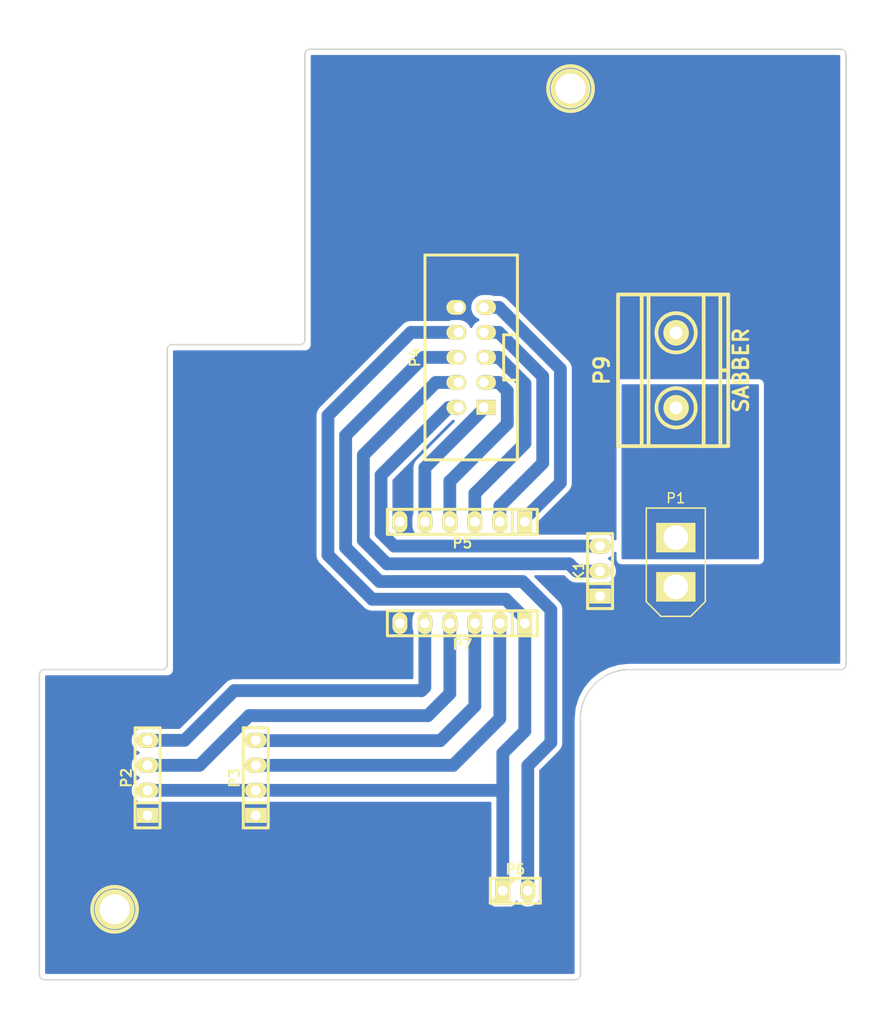
<source format=kicad_pcb>
(kicad_pcb (version 4) (host pcbnew "(2015-10-27 BZR 6284, Git 48df08c)-product")

  (general
    (links 26)
    (no_connects 1)
    (area 107 34 198.000001 138.000001)
    (thickness 1.6)
    (drawings 20)
    (tracks 85)
    (zones 0)
    (modules 11)
    (nets 16)
  )

  (page A4)
  (layers
    (0 F.Cu signal)
    (31 B.Cu mixed)
    (32 B.Adhes user)
    (33 F.Adhes user)
    (34 B.Paste user)
    (35 F.Paste user)
    (36 B.SilkS user)
    (37 F.SilkS user)
    (38 B.Mask user)
    (39 F.Mask user)
    (40 Dwgs.User user)
    (41 Cmts.User user)
    (42 Eco1.User user)
    (43 Eco2.User user)
    (44 Edge.Cuts user)
    (45 Margin user)
    (46 B.CrtYd user)
    (47 F.CrtYd user)
    (48 B.Fab user)
    (49 F.Fab user)
  )

  (setup
    (last_trace_width 0.3)
    (trace_clearance 0.4)
    (zone_clearance 0.508)
    (zone_45_only yes)
    (trace_min 0.2)
    (segment_width 0.2)
    (edge_width 0.15)
    (via_size 2)
    (via_drill 1)
    (via_min_size 0.4)
    (via_min_drill 0.3)
    (uvia_size 2)
    (uvia_drill 1)
    (uvias_allowed no)
    (uvia_min_size 0.2)
    (uvia_min_drill 0.1)
    (pcb_text_width 0.3)
    (pcb_text_size 1.5 1.5)
    (mod_edge_width 0.15)
    (mod_text_size 1 1)
    (mod_text_width 0.15)
    (pad_size 1.8 1.8)
    (pad_drill 0.762)
    (pad_to_mask_clearance 0.2)
    (aux_axis_origin 0 0)
    (visible_elements FFFFFF7F)
    (pcbplotparams
      (layerselection 0x01000_80000000)
      (usegerberextensions false)
      (excludeedgelayer true)
      (linewidth 0.300000)
      (plotframeref false)
      (viasonmask false)
      (mode 1)
      (useauxorigin false)
      (hpglpennumber 1)
      (hpglpenspeed 20)
      (hpglpendiameter 15)
      (hpglpenoverlay 2)
      (psnegative false)
      (psa4output false)
      (plotreference true)
      (plotvalue true)
      (plotinvisibletext false)
      (padsonsilk false)
      (subtractmaskfromsilk false)
      (outputformat 1)
      (mirror false)
      (drillshape 0)
      (scaleselection 1)
      (outputdirectory ""))
  )

  (net 0 "")
  (net 1 GND)
  (net 2 MTR_0)
  (net 3 MTR_1)
  (net 4 +12V)
  (net 5 +5V)
  (net 6 ENC_A_0)
  (net 7 ENC_B_0)
  (net 8 ENC_A_1)
  (net 9 ENC_B_1)
  (net 10 LED)
  (net 11 +3V3)
  (net 12 INT_A_1)
  (net 13 INT_B_1)
  (net 14 INT_A_0)
  (net 15 INT_B_0)

  (net_class Default "This is the default net class."
    (clearance 0.4)
    (trace_width 0.3)
    (via_dia 2)
    (via_drill 1)
    (uvia_dia 2)
    (uvia_drill 1)
    (add_net +12V)
    (add_net GND)
  )

  (net_class signal ""
    (clearance 0.5)
    (trace_width 1.3)
    (via_dia 2)
    (via_drill 1)
    (uvia_dia 2)
    (uvia_drill 1)
    (add_net +3V3)
    (add_net +5V)
    (add_net ENC_A_0)
    (add_net ENC_A_1)
    (add_net ENC_B_0)
    (add_net ENC_B_1)
    (add_net INT_A_0)
    (add_net INT_A_1)
    (add_net INT_B_0)
    (add_net INT_B_1)
    (add_net LED)
    (add_net MTR_0)
    (add_net MTR_1)
  )

  (module w_pin_strip:pin_strip_3 (layer F.Cu) (tedit 0) (tstamp 562D1247)
    (at 168 92 90)
    (descr "Pin strip 3pin")
    (tags "CONN DEV")
    (path /560901EC)
    (fp_text reference K1 (at 0 -2.159 90) (layer F.SilkS)
      (effects (font (size 1.016 1.016) (thickness 0.2032)))
    )
    (fp_text value SIG_MTR (at 0.254 -3.556 90) (layer F.SilkS) hide
      (effects (font (size 1.016 0.889) (thickness 0.2032)))
    )
    (fp_line (start -1.27 1.27) (end -1.27 -1.27) (layer F.SilkS) (width 0.3048))
    (fp_line (start -3.81 -1.27) (end 3.81 -1.27) (layer F.SilkS) (width 0.3048))
    (fp_line (start 3.81 -1.27) (end 3.81 1.27) (layer F.SilkS) (width 0.3048))
    (fp_line (start 3.81 1.27) (end -3.81 1.27) (layer F.SilkS) (width 0.3048))
    (fp_line (start -3.81 1.27) (end -3.81 -1.27) (layer F.SilkS) (width 0.3048))
    (pad 1 thru_hole rect (at -2.54 0 90) (size 1.524 2.19964) (drill 1.00076) (layers *.Cu *.Mask F.SilkS)
      (net 1 GND))
    (pad 2 thru_hole oval (at 0 0 90) (size 1.524 2.19964) (drill 1.00076) (layers *.Cu *.Mask F.SilkS)
      (net 3 MTR_1))
    (pad 3 thru_hole oval (at 2.54 0 90) (size 1.524 2.19964) (drill 1.00076) (layers *.Cu *.Mask F.SilkS)
      (net 2 MTR_0))
    (model walter/pin_strip/pin_strip_3.wrl
      (at (xyz 0 0 0))
      (scale (xyz 1 1 1))
      (rotate (xyz 0 0 0))
    )
  )

  (module my_footprints:XT30 (layer F.Cu) (tedit 562FC6EC) (tstamp 56331642)
    (at 175.7 91.1 90)
    (path /56090123)
    (fp_text reference P1 (at 6.5 0 180) (layer F.SilkS)
      (effects (font (size 1 1) (thickness 0.15)))
    )
    (fp_text value BATT (at -6.5 0 180) (layer F.Fab)
      (effects (font (size 1 1) (thickness 0.15)))
    )
    (fp_line (start -4 -3) (end 5.5 -3) (layer F.SilkS) (width 0.15))
    (fp_line (start -4 3) (end 5.5 3) (layer F.SilkS) (width 0.15))
    (fp_line (start -5.5 -1.5) (end -5.5 1.5) (layer F.SilkS) (width 0.15))
    (fp_line (start -4 3) (end -5.5 1.5) (layer F.SilkS) (width 0.15))
    (fp_line (start -4 -3) (end -5.5 -1.5) (layer F.SilkS) (width 0.15))
    (fp_line (start 5.5 3) (end 5.5 -3) (layer F.SilkS) (width 0.15))
    (pad 1 thru_hole trapezoid (at -2.5 0 90) (size 3 4) (drill 2.5) (layers *.Cu *.Mask F.SilkS)
      (net 1 GND))
    (pad 2 thru_hole trapezoid (at 2.5 0 90) (size 3 4) (drill 2.5) (layers *.Cu *.Mask F.SilkS)
      (net 4 +12V))
  )

  (module w_conn_gmkds:gmkds_3-2-7,62 (layer F.Cu) (tedit 0) (tstamp 5627E44C)
    (at 175.73 71.61 90)
    (descr "2-way 7,62mm pitch terminal block, Phoenix GMKDS series")
    (path /5609BD6B)
    (fp_text reference P9 (at 0 -7.55 90) (layer F.SilkS)
      (effects (font (size 1.5 1.5) (thickness 0.3)))
    )
    (fp_text value SABBER (at 0 6.6 90) (layer F.SilkS)
      (effects (font (size 1.5 1.5) (thickness 0.3)))
    )
    (fp_line (start -7.7 -3.5) (end 7.7 -3.5) (layer F.SilkS) (width 0.381))
    (fp_line (start 0 4.5) (end 0 5.3) (layer F.SilkS) (width 0.381))
    (fp_circle (center 3.81 0) (end 1.81 0) (layer F.SilkS) (width 0.381))
    (fp_circle (center -3.81 0) (end -1.81 0) (layer F.SilkS) (width 0.381))
    (fp_line (start -7.7 2.8) (end 7.7 2.8) (layer F.SilkS) (width 0.381))
    (fp_line (start -7.7 -2.8) (end 7.7 -2.8) (layer F.SilkS) (width 0.381))
    (fp_line (start -7.7 4.5) (end 7.7 4.5) (layer F.SilkS) (width 0.381))
    (fp_line (start -7.7 5.3) (end 7.7 5.3) (layer F.SilkS) (width 0.381))
    (fp_line (start 7.7 -5.9) (end 7.7 5.3) (layer F.SilkS) (width 0.381))
    (fp_line (start -7.7 -5.9) (end 7.7 -5.9) (layer F.SilkS) (width 0.381))
    (fp_line (start -7.7 -5.9) (end -7.7 5.3) (layer F.SilkS) (width 0.381))
    (pad 1 thru_hole circle (at -3.81 0 90) (size 2.6 2.6) (drill 1.3) (layers *.Cu *.Mask F.SilkS)
      (net 4 +12V))
    (pad 2 thru_hole circle (at 3.81 0 90) (size 2.6 2.6) (drill 1.3) (layers *.Cu *.Mask F.SilkS)
      (net 1 GND))
    (model walter/conn_gmkds/gmkds_3-2-7,62.wrl
      (at (xyz 0 0 0))
      (scale (xyz 1 1 1))
      (rotate (xyz 0 0 0))
    )
  )

  (module w_conn_strip:vasch_strip_5x2 (layer F.Cu) (tedit 0) (tstamp 5627E440)
    (at 154.9 70.3 90)
    (descr "Box header 5x2pin 2.54mm")
    (tags "CONN DEV")
    (path /5627CFCA)
    (fp_text reference P4 (at 0 -5.7 90) (layer F.SilkS)
      (effects (font (size 1 1) (thickness 0.2032)))
    )
    (fp_text value SIGNALS (at 0 5.7 90) (layer F.SilkS) hide
      (effects (font (size 1 1) (thickness 0.2032)))
    )
    (fp_line (start -10.4 4.7) (end 10.4 4.7) (layer F.SilkS) (width 0.3048))
    (fp_line (start 10.4 -4.7) (end -10.4 -4.7) (layer F.SilkS) (width 0.3048))
    (fp_line (start -10.4 -4.7) (end -10.4 4.7) (layer F.SilkS) (width 0.3048))
    (fp_line (start 10.4 -4.7) (end 10.4 4.7) (layer F.SilkS) (width 0.3048))
    (fp_line (start 2.3 4.7) (end 2.3 3.3) (layer F.SilkS) (width 0.29972))
    (fp_line (start 2.3 3.3) (end -2.3 3.3) (layer F.SilkS) (width 0.29972))
    (fp_line (start -2.3 3.3) (end -2.3 4.7) (layer F.SilkS) (width 0.29972))
    (pad 9 thru_hole oval (at 5.08 1.27 90) (size 1.5 2) (drill 1 (offset 0 0.25)) (layers *.Cu *.Mask F.SilkS)
      (net 11 +3V3))
    (pad 10 thru_hole oval (at 5.08 -1.27 90) (size 1.5 2) (drill 1 (offset 0 -0.25)) (layers *.Cu *.Mask F.SilkS)
      (net 1 GND))
    (pad 8 thru_hole oval (at 2.54 -1.27 90) (size 1.5 2) (drill 1 (offset 0 -0.25)) (layers *.Cu *.Mask F.SilkS)
      (net 5 +5V))
    (pad 7 thru_hole oval (at 2.54 1.27 90) (size 1.5 2) (drill 1 (offset 0 0.25)) (layers *.Cu *.Mask F.SilkS)
      (net 12 INT_A_1))
    (pad 1 thru_hole rect (at -5.08 1.27 90) (size 1.5 2) (drill 1 (offset 0 0.25)) (layers *.Cu *.Mask F.SilkS)
      (net 15 INT_B_0))
    (pad 2 thru_hole oval (at -5.08 -1.27 90) (size 1.5 2) (drill 1 (offset 0 -0.25)) (layers *.Cu *.Mask F.SilkS)
      (net 2 MTR_0))
    (pad 3 thru_hole oval (at -2.54 1.27 90) (size 1.5 2) (drill 1 (offset 0 0.25)) (layers *.Cu *.Mask F.SilkS)
      (net 14 INT_A_0))
    (pad 4 thru_hole oval (at -2.54 -1.27 90) (size 1.5 2) (drill 1 (offset 0 -0.25)) (layers *.Cu *.Mask F.SilkS)
      (net 3 MTR_1))
    (pad 5 thru_hole oval (at 0 1.27 90) (size 1.5 2) (drill 1 (offset 0 0.25)) (layers *.Cu *.Mask F.SilkS)
      (net 13 INT_B_1))
    (pad 6 thru_hole oval (at 0 -1.27 90) (size 1.5 2) (drill 1 (offset 0 -0.25)) (layers *.Cu *.Mask F.SilkS)
      (net 10 LED))
    (model walter/conn_strip/vasch_strip_5x2.wrl
      (at (xyz 0 0 0))
      (scale (xyz 1 1 1))
      (rotate (xyz 0 0 0))
    )
  )

  (module w_pin_strip:pin_strip_4 (layer F.Cu) (tedit 0) (tstamp 562D1257)
    (at 133 113 90)
    (descr "Pin strip 4pin")
    (tags "CONN DEV")
    (path /56090227)
    (fp_text reference P3 (at 0 -2.159 90) (layer F.SilkS)
      (effects (font (size 1.016 1.016) (thickness 0.2032)))
    )
    (fp_text value ENK1 (at 0.254 -3.556 90) (layer F.SilkS) hide
      (effects (font (size 1.016 0.889) (thickness 0.2032)))
    )
    (fp_line (start -2.54 -1.27) (end -2.54 1.27) (layer F.SilkS) (width 0.3048))
    (fp_line (start 5.08 1.27) (end -5.08 1.27) (layer F.SilkS) (width 0.3048))
    (fp_line (start -5.08 -1.27) (end 5.08 -1.27) (layer F.SilkS) (width 0.3048))
    (fp_line (start -5.08 1.27) (end -5.08 -1.27) (layer F.SilkS) (width 0.3048))
    (fp_line (start 5.08 -1.27) (end 5.08 1.27) (layer F.SilkS) (width 0.3048))
    (pad 1 thru_hole rect (at -3.81 0 90) (size 1.524 2.19964) (drill 1.00076) (layers *.Cu *.Mask F.SilkS)
      (net 1 GND))
    (pad 2 thru_hole oval (at -1.27 0 90) (size 1.524 2.19964) (drill 1.00076) (layers *.Cu *.Mask F.SilkS)
      (net 5 +5V))
    (pad 3 thru_hole oval (at 1.27 0 90) (size 1.524 2.19964) (drill 1.00076) (layers *.Cu *.Mask F.SilkS)
      (net 8 ENC_A_1))
    (pad 4 thru_hole oval (at 3.81 0 90) (size 1.524 2.19964) (drill 1.00076) (layers *.Cu *.Mask F.SilkS)
      (net 9 ENC_B_1))
    (model walter/pin_strip/pin_strip_4.wrl
      (at (xyz 0 0 0))
      (scale (xyz 1 1 1))
      (rotate (xyz 0 0 0))
    )
  )

  (module connect:1pin (layer F.Cu) (tedit 562D081D) (tstamp 562D0696)
    (at 118.65 126.35)
    (descr "module 1 pin (ou trou mecanique de percage)")
    (tags DEV)
    (path 1pin)
    (fp_text reference 2PIN (at 0 -3.048) (layer F.SilkS) hide
      (effects (font (size 1.016 1.016) (thickness 0.254)))
    )
    (fp_text value P*** (at 0 2.794) (layer F.SilkS) hide
      (effects (font (size 1.016 1.016) (thickness 0.254)))
    )
    (fp_circle (center 0 0) (end 0 -2.286) (layer F.SilkS) (width 0.381))
    (pad 1 thru_hole circle (at 0 0) (size 4.064 4.064) (drill 3.048) (layers *.Cu *.Mask F.SilkS)
      (net 1 GND))
  )

  (module connect:1pin (layer F.Cu) (tedit 562D0835) (tstamp 562D06B5)
    (at 165 43)
    (descr "module 1 pin (ou trou mecanique de percage)")
    (tags DEV)
    (path 1pin)
    (fp_text reference 1PIN (at 0 -3.048) (layer F.SilkS) hide
      (effects (font (size 1.016 1.016) (thickness 0.254)))
    )
    (fp_text value P*** (at 0 2.794) (layer F.SilkS) hide
      (effects (font (size 1.016 1.016) (thickness 0.254)))
    )
    (fp_circle (center 0 0) (end 0 -2.286) (layer F.SilkS) (width 0.381))
    (pad 2 thru_hole circle (at 0 0) (size 4.064 4.064) (drill 3.048) (layers *.Cu *.Mask F.SilkS)
      (net 1 GND))
  )

  (module w_pin_strip:pin_strip_4 (layer F.Cu) (tedit 0) (tstamp 562D124F)
    (at 122 113 90)
    (descr "Pin strip 4pin")
    (tags "CONN DEV")
    (path /560916E7)
    (fp_text reference P2 (at 0 -2.159 90) (layer F.SilkS)
      (effects (font (size 1.016 1.016) (thickness 0.2032)))
    )
    (fp_text value ENK0 (at 0.254 -3.556 90) (layer F.SilkS) hide
      (effects (font (size 1.016 0.889) (thickness 0.2032)))
    )
    (fp_line (start -2.54 -1.27) (end -2.54 1.27) (layer F.SilkS) (width 0.3048))
    (fp_line (start 5.08 1.27) (end -5.08 1.27) (layer F.SilkS) (width 0.3048))
    (fp_line (start -5.08 -1.27) (end 5.08 -1.27) (layer F.SilkS) (width 0.3048))
    (fp_line (start -5.08 1.27) (end -5.08 -1.27) (layer F.SilkS) (width 0.3048))
    (fp_line (start 5.08 -1.27) (end 5.08 1.27) (layer F.SilkS) (width 0.3048))
    (pad 1 thru_hole rect (at -3.81 0 90) (size 1.524 2.19964) (drill 1.00076) (layers *.Cu *.Mask F.SilkS)
      (net 1 GND))
    (pad 2 thru_hole oval (at -1.27 0 90) (size 1.524 2.19964) (drill 1.00076) (layers *.Cu *.Mask F.SilkS)
      (net 5 +5V))
    (pad 3 thru_hole oval (at 1.27 0 90) (size 1.524 2.19964) (drill 1.00076) (layers *.Cu *.Mask F.SilkS)
      (net 6 ENC_A_0))
    (pad 4 thru_hole oval (at 3.81 0 90) (size 1.524 2.19964) (drill 1.00076) (layers *.Cu *.Mask F.SilkS)
      (net 7 ENC_B_0))
    (model walter/pin_strip/pin_strip_4.wrl
      (at (xyz 0 0 0))
      (scale (xyz 1 1 1))
      (rotate (xyz 0 0 0))
    )
  )

  (module w_pin_strip:pin_strip_2 (layer F.Cu) (tedit 0) (tstamp 562D125D)
    (at 159.385 124.46)
    (descr "Pin strip 2pin")
    (tags "CONN DEV")
    (path /56095641)
    (fp_text reference P6 (at 0 -2.159) (layer F.SilkS)
      (effects (font (size 1.016 1.016) (thickness 0.2032)))
    )
    (fp_text value LED_SIG (at 0.254 -3.556) (layer F.SilkS) hide
      (effects (font (size 1.016 0.889) (thickness 0.2032)))
    )
    (fp_line (start -2.54 1.27) (end 0 -1.27) (layer F.SilkS) (width 0.3048))
    (fp_line (start 2.54 1.27) (end -2.54 1.27) (layer F.SilkS) (width 0.3048))
    (fp_line (start -2.54 -1.27) (end 2.54 -1.27) (layer F.SilkS) (width 0.3048))
    (fp_line (start -2.54 1.27) (end -2.54 -1.27) (layer F.SilkS) (width 0.3048))
    (fp_line (start 2.54 -1.27) (end 2.54 1.27) (layer F.SilkS) (width 0.3048))
    (pad 1 thru_hole rect (at -1.27 0) (size 1.524 2.19964) (drill 1.00076) (layers *.Cu *.Mask F.SilkS)
      (net 5 +5V))
    (pad 2 thru_hole oval (at 1.27 0) (size 1.524 2.19964) (drill 1.00076) (layers *.Cu *.Mask F.SilkS)
      (net 10 LED))
    (model walter/pin_strip/pin_strip_2.wrl
      (at (xyz 0 0 0))
      (scale (xyz 1 1 1))
      (rotate (xyz 0 0 0))
    )
  )

  (module w_pin_strip:pin_socket_6 (layer F.Cu) (tedit 4B90DFC4) (tstamp 56434500)
    (at 154 87 180)
    (descr "Pin socket 6pin")
    (tags "CONN DEV")
    (path /5648D4E4)
    (fp_text reference P5 (at 0 -2.159 180) (layer F.SilkS)
      (effects (font (size 1.016 1.016) (thickness 0.2032)))
    )
    (fp_text value LV_SHIFT (at 0.254 -3.556 180) (layer F.SilkS) hide
      (effects (font (size 1.016 0.889) (thickness 0.2032)))
    )
    (fp_line (start -5.08 -1.27) (end -5.08 1.27) (layer F.SilkS) (width 0.3048))
    (fp_line (start -7.62 1.27) (end -7.62 -1.27) (layer F.SilkS) (width 0.3048))
    (fp_line (start -7.62 -1.27) (end 7.62 -1.27) (layer F.SilkS) (width 0.3048))
    (fp_line (start 7.62 -1.27) (end 7.62 1.27) (layer F.SilkS) (width 0.3048))
    (fp_line (start 7.62 1.27) (end -7.62 1.27) (layer F.SilkS) (width 0.3048))
    (pad 1 thru_hole rect (at -6.35 0 180) (size 1.524 2.19964) (drill 1.00076) (layers *.Cu *.Mask F.SilkS)
      (net 11 +3V3))
    (pad 2 thru_hole oval (at -3.81 0 180) (size 1.524 2.19964) (drill 1.00076) (layers *.Cu *.Mask F.SilkS)
      (net 12 INT_A_1))
    (pad 3 thru_hole oval (at -1.27 0 180) (size 1.524 2.19964) (drill 1.00076) (layers *.Cu *.Mask F.SilkS)
      (net 13 INT_B_1))
    (pad 4 thru_hole oval (at 1.27 0 180) (size 1.524 2.19964) (drill 1.00076) (layers *.Cu *.Mask F.SilkS)
      (net 14 INT_A_0))
    (pad 5 thru_hole oval (at 3.81 0 180) (size 1.524 2.19964) (drill 1.00076) (layers *.Cu *.Mask F.SilkS)
      (net 15 INT_B_0))
    (pad 6 thru_hole oval (at 6.35 0 180) (size 1.524 2.19964) (drill 1.00076) (layers *.Cu *.Mask F.SilkS)
      (net 1 GND))
    (model walter/pin_strip/pin_socket_6.wrl
      (at (xyz 0 0 0))
      (scale (xyz 1 1 1))
      (rotate (xyz 0 0 0))
    )
  )

  (module w_pin_strip:pin_socket_6 (layer F.Cu) (tedit 4B90DFC4) (tstamp 5643450A)
    (at 154 97.3 180)
    (descr "Pin socket 6pin")
    (tags "CONN DEV")
    (path /5648D539)
    (fp_text reference P7 (at 0 -2.159 180) (layer F.SilkS)
      (effects (font (size 1.016 1.016) (thickness 0.2032)))
    )
    (fp_text value LV_SHIFT (at 0.254 -3.556 180) (layer F.SilkS) hide
      (effects (font (size 1.016 0.889) (thickness 0.2032)))
    )
    (fp_line (start -5.08 -1.27) (end -5.08 1.27) (layer F.SilkS) (width 0.3048))
    (fp_line (start -7.62 1.27) (end -7.62 -1.27) (layer F.SilkS) (width 0.3048))
    (fp_line (start -7.62 -1.27) (end 7.62 -1.27) (layer F.SilkS) (width 0.3048))
    (fp_line (start 7.62 -1.27) (end 7.62 1.27) (layer F.SilkS) (width 0.3048))
    (fp_line (start 7.62 1.27) (end -7.62 1.27) (layer F.SilkS) (width 0.3048))
    (pad 1 thru_hole rect (at -6.35 0 180) (size 1.524 2.19964) (drill 1.00076) (layers *.Cu *.Mask F.SilkS)
      (net 5 +5V))
    (pad 2 thru_hole oval (at -3.81 0 180) (size 1.524 2.19964) (drill 1.00076) (layers *.Cu *.Mask F.SilkS)
      (net 8 ENC_A_1))
    (pad 3 thru_hole oval (at -1.27 0 180) (size 1.524 2.19964) (drill 1.00076) (layers *.Cu *.Mask F.SilkS)
      (net 9 ENC_B_1))
    (pad 4 thru_hole oval (at 1.27 0 180) (size 1.524 2.19964) (drill 1.00076) (layers *.Cu *.Mask F.SilkS)
      (net 6 ENC_A_0))
    (pad 5 thru_hole oval (at 3.81 0 180) (size 1.524 2.19964) (drill 1.00076) (layers *.Cu *.Mask F.SilkS)
      (net 7 ENC_B_0))
    (pad 6 thru_hole oval (at 6.35 0 180) (size 1.524 2.19964) (drill 1.00076) (layers *.Cu *.Mask F.SilkS)
      (net 1 GND))
    (model walter/pin_strip/pin_socket_6.wrl
      (at (xyz 0 0 0))
      (scale (xyz 1 1 1))
      (rotate (xyz 0 0 0))
    )
  )

  (gr_line (start 137.5 69) (end 124.5 69) (angle 90) (layer Edge.Cuts) (width 0.15))
  (gr_line (start 138 39.5) (end 138 68.5) (angle 90) (layer Edge.Cuts) (width 0.15))
  (gr_line (start 192.5 39) (end 138.5 39) (angle 90) (layer Edge.Cuts) (width 0.15))
  (gr_line (start 193 101.5) (end 193 39.5) (angle 90) (layer Edge.Cuts) (width 0.15))
  (gr_line (start 171 102) (end 192.5 102) (angle 90) (layer Edge.Cuts) (width 0.15))
  (gr_line (start 166 133) (end 166 107) (angle 90) (layer Edge.Cuts) (width 0.15))
  (gr_line (start 111.5 133.5) (end 165.5 133.5) (angle 90) (layer Edge.Cuts) (width 0.15))
  (gr_line (start 111 102.5) (end 111 133) (angle 90) (layer Edge.Cuts) (width 0.15))
  (gr_arc (start 124.5 69.5) (end 124 69.5) (angle 90) (layer Edge.Cuts) (width 0.15))
  (gr_line (start 124 101.5) (end 124 69.5) (angle 90) (layer Edge.Cuts) (width 0.15))
  (gr_line (start 111.5 102) (end 123.5 102) (angle 90) (layer Edge.Cuts) (width 0.15))
  (gr_arc (start 123.5 101.5) (end 124 101.5) (angle 90) (layer Edge.Cuts) (width 0.15))
  (gr_arc (start 111.5 133) (end 111.5 133.5) (angle 90) (layer Edge.Cuts) (width 0.15))
  (gr_arc (start 165.5 133) (end 166 133) (angle 90) (layer Edge.Cuts) (width 0.15))
  (gr_arc (start 192.5 101.5) (end 193 101.5) (angle 90) (layer Edge.Cuts) (width 0.15))
  (gr_arc (start 192.5 39.5) (end 192.5 39) (angle 90) (layer Edge.Cuts) (width 0.15))
  (gr_arc (start 138.5 39.5) (end 138 39.5) (angle 90) (layer Edge.Cuts) (width 0.15))
  (gr_arc (start 137.5 68.5) (end 138 68.5) (angle 90) (layer Edge.Cuts) (width 0.15))
  (gr_arc (start 111.5 102.5) (end 111 102.5) (angle 90) (layer Edge.Cuts) (width 0.15))
  (gr_arc (start 171 107) (end 166 107) (angle 90) (layer Edge.Cuts) (width 0.15))

  (segment (start 168 89.46) (end 147.06819 89.46) (width 1.3) (layer B.Cu) (net 2))
  (segment (start 147.06819 89.46) (end 145.73799 88.1298) (width 1.3) (layer B.Cu) (net 2))
  (segment (start 145.73799 88.1298) (end 145.73799 82.26201) (width 1.3) (layer B.Cu) (net 2))
  (segment (start 145.73799 82.26201) (end 152.62 75.38) (width 1.3) (layer B.Cu) (net 2))
  (segment (start 152.62 75.38) (end 153.63 75.38) (width 1.3) (layer B.Cu) (net 2))
  (segment (start 151.315 72.84) (end 153.63 72.84) (width 1.3) (layer B.Cu) (net 3))
  (segment (start 164.86019 91.26001) (end 146.322601 91.260009) (width 1.3) (layer B.Cu) (net 3))
  (segment (start 146.322601 91.260009) (end 143.93798 88.875388) (width 1.3) (layer B.Cu) (net 3))
  (segment (start 143.93798 88.875388) (end 143.93798 80.21702) (width 1.3) (layer B.Cu) (net 3))
  (segment (start 143.93798 80.21702) (end 151.315 72.84) (width 1.3) (layer B.Cu) (net 3))
  (segment (start 168 92) (end 165.60018 92) (width 1.3) (layer B.Cu) (net 3))
  (segment (start 165.60018 92) (end 164.86019 91.26001) (width 1.3) (layer B.Cu) (net 3))
  (segment (start 175.73 88.57) (end 175.7 88.6) (width 0.3) (layer B.Cu) (net 4) (tstamp 5643E162))
  (segment (start 160.35 97.3) (end 160.35 96.79819) (width 1.3) (layer B.Cu) (net 5))
  (segment (start 160.35 96.79819) (end 158.411838 94.860028) (width 1.3) (layer B.Cu) (net 5))
  (segment (start 140.33796 76.19704) (end 148.775 67.76) (width 1.3) (layer B.Cu) (net 5))
  (segment (start 158.411838 94.860028) (end 144.831423 94.860027) (width 1.3) (layer B.Cu) (net 5))
  (segment (start 144.831423 94.860027) (end 140.33796 90.366564) (width 1.3) (layer B.Cu) (net 5))
  (segment (start 140.33796 90.366564) (end 140.33796 76.19704) (width 1.3) (layer B.Cu) (net 5))
  (segment (start 148.775 67.76) (end 153.63 67.76) (width 1.3) (layer B.Cu) (net 5))
  (segment (start 158.115 124.46) (end 158.115 114.152363) (width 1.3) (layer B.Cu) (net 5))
  (segment (start 158.115 114.152363) (end 158.115 110.49) (width 1.3) (layer B.Cu) (net 5))
  (segment (start 133 114.27) (end 157.997363 114.27) (width 1.3) (layer B.Cu) (net 5))
  (segment (start 157.997363 114.27) (end 158.115 114.152363) (width 1.3) (layer B.Cu) (net 5))
  (segment (start 158.115 110.49) (end 160.35 108.255) (width 1.3) (layer B.Cu) (net 5))
  (segment (start 160.35 108.255) (end 160.35 98) (width 1.3) (layer B.Cu) (net 5))
  (segment (start 122 114.27) (end 133 114.27) (width 1.3) (layer B.Cu) (net 5))
  (segment (start 132.326769 106.68) (end 150.495 106.68) (width 1.3) (layer B.Cu) (net 6))
  (segment (start 150.495 106.68) (end 152.73 104.445) (width 1.3) (layer B.Cu) (net 6))
  (segment (start 122 111.73) (end 127.276769 111.73) (width 1.3) (layer B.Cu) (net 6))
  (segment (start 127.276769 111.73) (end 132.326769 106.68) (width 1.3) (layer B.Cu) (net 6))
  (segment (start 152.73 98) (end 152.73 104.445) (width 1.3) (layer B.Cu) (net 6))
  (segment (start 125.76 109.19) (end 130.81 104.14) (width 1.3) (layer B.Cu) (net 7))
  (segment (start 122 109.19) (end 125.76 109.19) (width 1.3) (layer B.Cu) (net 7))
  (segment (start 130.81 104.14) (end 149.86 104.14) (width 1.3) (layer B.Cu) (net 7))
  (segment (start 149.86 104.14) (end 150.19 103.81) (width 1.3) (layer B.Cu) (net 7))
  (segment (start 150.19 103.81) (end 150.19 100.59982) (width 1.3) (layer B.Cu) (net 7))
  (segment (start 150.19 100.59982) (end 150.19 98) (width 1.3) (layer B.Cu) (net 7))
  (segment (start 122 109.19) (end 122.01 109.19) (width 1.3) (layer B.Cu) (net 7))
  (segment (start 157.81 98) (end 157.81 106.985) (width 1.3) (layer B.Cu) (net 8))
  (segment (start 133 111.73) (end 153.065 111.73) (width 1.3) (layer B.Cu) (net 8))
  (segment (start 153.065 111.73) (end 157.81 106.985) (width 1.3) (layer B.Cu) (net 8))
  (segment (start 133 109.19) (end 133.955 109.19) (width 1.3) (layer B.Cu) (net 9))
  (segment (start 133.955 109.19) (end 133.985 109.22) (width 1.3) (layer B.Cu) (net 9))
  (segment (start 133.985 109.22) (end 151.765 109.22) (width 1.3) (layer B.Cu) (net 9))
  (segment (start 151.765 109.22) (end 155.27 105.715) (width 1.3) (layer B.Cu) (net 9))
  (segment (start 155.27 105.715) (end 155.27 98) (width 1.3) (layer B.Cu) (net 9))
  (segment (start 163 103.596528) (end 163 95.928178) (width 1.3) (layer B.Cu) (net 10))
  (segment (start 160.655 124.46) (end 160.655 111.76) (width 1.3) (layer B.Cu) (net 10))
  (segment (start 160.655 111.76) (end 163 109.415) (width 1.3) (layer B.Cu) (net 10))
  (segment (start 163 109.415) (end 163 103.596528) (width 1.3) (layer B.Cu) (net 10))
  (segment (start 163 95.928178) (end 160.131841 93.060019) (width 1.3) (layer B.Cu) (net 10))
  (segment (start 160.131841 93.060019) (end 145.577012 93.060018) (width 1.3) (layer B.Cu) (net 10))
  (segment (start 145.577012 93.060018) (end 142.13797 89.620976) (width 1.3) (layer B.Cu) (net 10))
  (segment (start 142.13797 89.620976) (end 142.13797 78.20703) (width 1.3) (layer B.Cu) (net 10))
  (segment (start 142.13797 78.20703) (end 150.045 70.3) (width 1.3) (layer B.Cu) (net 10))
  (segment (start 150.045 70.3) (end 153.63 70.3) (width 1.3) (layer B.Cu) (net 10))
  (segment (start 160.35 86.66218) (end 163.412142 83.600038) (width 1.3) (layer B.Cu) (net 11))
  (segment (start 156.17 65.22) (end 157.716796 65.22) (width 1.3) (layer B.Cu) (net 11))
  (segment (start 157.716796 65.22) (end 163.970031 71.473235) (width 1.3) (layer B.Cu) (net 11))
  (segment (start 163.970031 71.473235) (end 163.970031 83.042149) (width 1.3) (layer B.Cu) (net 11))
  (segment (start 163.970031 83.042149) (end 163.412142 83.600038) (width 1.3) (layer B.Cu) (net 11))
  (segment (start 160.35 87) (end 160.35 86.66218) (width 1.3) (layer B.Cu) (net 11))
  (segment (start 156.17 67.76) (end 157.711198 67.76) (width 1.3) (layer B.Cu) (net 12))
  (segment (start 157.711198 67.76) (end 162.170021 72.218823) (width 1.3) (layer B.Cu) (net 12))
  (segment (start 162.170021 72.218823) (end 162.170021 81.034979) (width 1.3) (layer B.Cu) (net 12))
  (segment (start 162.170021 81.034979) (end 157.81 85.395) (width 1.3) (layer B.Cu) (net 12))
  (segment (start 157.81 85.395) (end 157.81 87) (width 1.3) (layer B.Cu) (net 12))
  (segment (start 155.27 84.125) (end 158.381076 81.013924) (width 1.3) (layer B.Cu) (net 13))
  (segment (start 158.381076 81.013924) (end 160.02 79.375) (width 1.3) (layer B.Cu) (net 13))
  (segment (start 156.17 70.3) (end 157.7056 70.3) (width 1.3) (layer B.Cu) (net 13))
  (segment (start 160.370011 79.024989) (end 158.381076 81.013924) (width 1.3) (layer B.Cu) (net 13))
  (segment (start 157.7056 70.3) (end 160.370011 72.964411) (width 1.3) (layer B.Cu) (net 13))
  (segment (start 160.370011 72.964411) (end 160.370011 79.024989) (width 1.3) (layer B.Cu) (net 13))
  (segment (start 155.27 87) (end 155.27 84.125) (width 1.3) (layer B.Cu) (net 13))
  (segment (start 152.73 82.855) (end 152.765002 82.855) (width 1.3) (layer B.Cu) (net 14))
  (segment (start 152.765002 82.855) (end 158.570001 77.050001) (width 1.3) (layer B.Cu) (net 14))
  (segment (start 158.570001 77.050001) (end 158.570001 73.709999) (width 1.3) (layer B.Cu) (net 14))
  (segment (start 158.570001 73.709999) (end 157.700002 72.84) (width 1.3) (layer B.Cu) (net 14))
  (segment (start 157.700002 72.84) (end 156.17 72.84) (width 1.3) (layer B.Cu) (net 14))
  (segment (start 152.73 87) (end 152.73 82.855) (width 1.3) (layer B.Cu) (net 14))
  (segment (start 150.19 87) (end 150.19 81.507019) (width 1.3) (layer B.Cu) (net 15))
  (segment (start 150.19 81.507019) (end 156.17 75.527019) (width 1.3) (layer B.Cu) (net 15))
  (segment (start 156.17 75.527019) (end 156.17 75.38) (width 1.3) (layer B.Cu) (net 15))
  (segment (start 156.17 75.38) (end 156.17 75.43) (width 1.3) (layer B.Cu) (net 15))

  (zone (net 1) (net_name GND) (layer B.Cu) (tstamp 562F9408) (hatch edge 0.508)
    (connect_pads yes (clearance 0.508))
    (min_thickness 0.254)
    (fill yes (arc_segments 32) (thermal_gap 0.508) (thermal_bridge_width 0.508))
    (polygon
      (pts
        (xy 198 138) (xy 107 138) (xy 107 34) (xy 198 34) (xy 198 138)
      )
    )
    (filled_polygon
      (pts
        (xy 192.29 101.29) (xy 171 101.29) (xy 170.999874 101.290012) (xy 170.997518 101.290004) (xy 170.962612 101.290126)
        (xy 170.931756 101.29326) (xy 170.900745 101.293044) (xy 170.890879 101.294011) (xy 169.920395 101.396013) (xy 169.857338 101.408957)
        (xy 169.794148 101.421011) (xy 169.784658 101.423876) (xy 168.85247 101.712436) (xy 168.793134 101.737378) (xy 168.733481 101.76148)
        (xy 168.724738 101.766129) (xy 168.724729 101.766133) (xy 168.724722 101.766138) (xy 167.866342 102.230261) (xy 167.812998 102.266242)
        (xy 167.759146 102.301482) (xy 167.751464 102.307748) (xy 166.999575 102.929765) (xy 166.95424 102.975418) (xy 166.908254 103.02045)
        (xy 166.901935 103.028089) (xy 166.285183 103.784301) (xy 166.249581 103.837888) (xy 166.213216 103.890997) (xy 166.208501 103.899717)
        (xy 165.750377 104.761323) (xy 165.72586 104.820805) (xy 165.700504 104.879965) (xy 165.697573 104.889435) (xy 165.415527 105.823615)
        (xy 165.403029 105.886736) (xy 165.389649 105.949686) (xy 165.388613 105.959545) (xy 165.293389 106.930716) (xy 165.293389 106.960489)
        (xy 165.290069 106.990087) (xy 165.29 107) (xy 165.29 132.79) (xy 111.71 132.79) (xy 111.71 109.180247)
        (xy 120.25682 109.180247) (xy 120.281531 109.451772) (xy 120.35851 109.713325) (xy 120.484826 109.954946) (xy 120.655668 110.16743)
        (xy 120.864527 110.342684) (xy 121.07935 110.460784) (xy 120.880698 110.566409) (xy 120.669412 110.73873) (xy 120.495621 110.948808)
        (xy 120.365943 111.188641) (xy 120.285319 111.449094) (xy 120.25682 111.720247) (xy 120.281531 111.991772) (xy 120.35851 112.253325)
        (xy 120.484826 112.494946) (xy 120.655668 112.70743) (xy 120.864527 112.882684) (xy 121.07935 113.000784) (xy 120.880698 113.106409)
        (xy 120.669412 113.27873) (xy 120.495621 113.488808) (xy 120.365943 113.728641) (xy 120.285319 113.989094) (xy 120.25682 114.260247)
        (xy 120.281531 114.531772) (xy 120.35851 114.793325) (xy 120.484826 115.034946) (xy 120.655668 115.24743) (xy 120.864527 115.422684)
        (xy 121.103449 115.554032) (xy 121.363333 115.636472) (xy 121.634281 115.666864) (xy 121.653786 115.667) (xy 122.346214 115.667)
        (xy 122.617559 115.640394) (xy 122.878569 115.561591) (xy 122.890965 115.555) (xy 132.106501 115.555) (xy 132.363333 115.636472)
        (xy 132.634281 115.666864) (xy 132.653786 115.667) (xy 133.346214 115.667) (xy 133.617559 115.640394) (xy 133.878569 115.561591)
        (xy 133.890965 115.555) (xy 156.83 115.555) (xy 156.83 122.999928) (xy 156.813975 123.01873) (xy 156.74019 123.182417)
        (xy 156.714928 123.36018) (xy 156.714928 125.55982) (xy 156.722992 125.660941) (xy 156.776106 125.832454) (xy 156.8749 125.982379)
        (xy 157.01155 126.098845) (xy 157.175237 126.17263) (xy 157.353 126.197892) (xy 158.877 126.197892) (xy 158.978121 126.189828)
        (xy 159.149634 126.136714) (xy 159.299559 126.03792) (xy 159.416025 125.90127) (xy 159.48981 125.737583) (xy 159.509203 125.601119)
        (xy 159.66373 125.790588) (xy 159.873808 125.964379) (xy 160.113641 126.094057) (xy 160.374094 126.174681) (xy 160.645247 126.20318)
        (xy 160.916772 126.178469) (xy 161.178325 126.10149) (xy 161.419946 125.975174) (xy 161.63243 125.804332) (xy 161.807684 125.595473)
        (xy 161.939032 125.356551) (xy 162.021472 125.096667) (xy 162.051864 124.825719) (xy 162.052 124.806214) (xy 162.052 124.113786)
        (xy 162.025394 123.842441) (xy 161.946591 123.581431) (xy 161.94 123.569035) (xy 161.94 112.292264) (xy 163.908632 110.323632)
        (xy 163.983969 110.231915) (xy 164.060271 110.140983) (xy 164.063527 110.13506) (xy 164.067815 110.12984) (xy 164.123904 110.025234)
        (xy 164.181089 109.921215) (xy 164.183132 109.914775) (xy 164.186325 109.90882) (xy 164.221031 109.795302) (xy 164.25692 109.682167)
        (xy 164.257673 109.675453) (xy 164.259649 109.66899) (xy 164.271643 109.550909) (xy 164.284875 109.432941) (xy 164.284967 109.419731)
        (xy 164.284992 109.419485) (xy 164.28497 109.419256) (xy 164.285 109.415) (xy 164.285 95.928178) (xy 164.273417 95.810047)
        (xy 164.263072 95.6918) (xy 164.261186 95.685309) (xy 164.260527 95.678587) (xy 164.226223 95.564966) (xy 164.193104 95.45097)
        (xy 164.189995 95.444973) (xy 164.188042 95.438503) (xy 164.132314 95.333695) (xy 164.077692 95.228317) (xy 164.073476 95.223036)
        (xy 164.070304 95.21707) (xy 163.995307 95.125115) (xy 163.92123 95.03232) (xy 163.911955 95.022915) (xy 163.911798 95.022723)
        (xy 163.91162 95.022576) (xy 163.908632 95.019546) (xy 161.434096 92.54501) (xy 164.327926 92.54501) (xy 164.691548 92.908632)
        (xy 164.783265 92.983969) (xy 164.874197 93.060271) (xy 164.88012 93.063527) (xy 164.88534 93.067815) (xy 164.989946 93.123904)
        (xy 165.093965 93.181089) (xy 165.100405 93.183132) (xy 165.10636 93.186325) (xy 165.219878 93.221031) (xy 165.333013 93.25692)
        (xy 165.339727 93.257673) (xy 165.34619 93.259649) (xy 165.464271 93.271643) (xy 165.582239 93.284875) (xy 165.595449 93.284967)
        (xy 165.595695 93.284992) (xy 165.595924 93.28497) (xy 165.60018 93.285) (xy 167.106501 93.285) (xy 167.363333 93.366472)
        (xy 167.634281 93.396864) (xy 167.653786 93.397) (xy 168.346214 93.397) (xy 168.617559 93.370394) (xy 168.878569 93.291591)
        (xy 169.119302 93.163591) (xy 169.330588 92.99127) (xy 169.504379 92.781192) (xy 169.634057 92.541359) (xy 169.714681 92.280906)
        (xy 169.74318 92.009753) (xy 169.718469 91.738228) (xy 169.64149 91.476675) (xy 169.515174 91.235054) (xy 169.344332 91.02257)
        (xy 169.135473 90.847316) (xy 168.92065 90.729216) (xy 169.119302 90.623591) (xy 169.330588 90.45127) (xy 169.504379 90.241192)
        (xy 169.545 90.166065) (xy 169.545 90.805) (xy 169.588427 91.035795) (xy 169.724827 91.247767) (xy 169.932949 91.389971)
        (xy 170.18 91.44) (xy 184.15 91.44) (xy 184.380795 91.396573) (xy 184.592767 91.260173) (xy 184.734971 91.052051)
        (xy 184.785 90.805) (xy 184.785 73.025) (xy 184.741573 72.794205) (xy 184.605173 72.582233) (xy 184.397051 72.440029)
        (xy 184.15 72.39) (xy 170.18 72.39) (xy 169.949205 72.433427) (xy 169.737233 72.569827) (xy 169.595029 72.777949)
        (xy 169.545 73.025) (xy 169.545 88.752106) (xy 169.515174 88.695054) (xy 169.344332 88.48257) (xy 169.135473 88.307316)
        (xy 168.896551 88.175968) (xy 168.636667 88.093528) (xy 168.365719 88.063136) (xy 168.346214 88.063) (xy 167.653786 88.063)
        (xy 167.382441 88.089606) (xy 167.121431 88.168409) (xy 167.109035 88.175) (xy 161.739388 88.175) (xy 161.750072 88.09982)
        (xy 161.750072 87.079372) (xy 164.878663 83.950781) (xy 164.954 83.859064) (xy 165.030302 83.768132) (xy 165.033558 83.762209)
        (xy 165.037846 83.756989) (xy 165.093935 83.652383) (xy 165.15112 83.548364) (xy 165.153163 83.541924) (xy 165.156356 83.535969)
        (xy 165.191049 83.422492) (xy 165.226951 83.309316) (xy 165.227705 83.302597) (xy 165.229679 83.296139) (xy 165.241668 83.178107)
        (xy 165.254906 83.06009) (xy 165.254998 83.04688) (xy 165.255023 83.046634) (xy 165.255001 83.046405) (xy 165.255031 83.042149)
        (xy 165.255031 71.473235) (xy 165.243448 71.355099) (xy 165.233103 71.236858) (xy 165.231217 71.230367) (xy 165.230558 71.223644)
        (xy 165.19625 71.110011) (xy 165.163135 70.996027) (xy 165.160026 70.99003) (xy 165.158073 70.98356) (xy 165.102345 70.878752)
        (xy 165.047723 70.773374) (xy 165.043507 70.768093) (xy 165.040335 70.762127) (xy 164.965318 70.670147) (xy 164.891261 70.577378)
        (xy 164.881987 70.567974) (xy 164.881829 70.56778) (xy 164.88165 70.567632) (xy 164.878663 70.564603) (xy 158.625428 64.311368)
        (xy 158.533711 64.236031) (xy 158.442779 64.159729) (xy 158.436856 64.156473) (xy 158.431636 64.152185) (xy 158.32703 64.096096)
        (xy 158.223011 64.038911) (xy 158.216571 64.036868) (xy 158.210616 64.033675) (xy 158.097098 63.998969) (xy 157.983963 63.96308)
        (xy 157.977249 63.962327) (xy 157.970786 63.960351) (xy 157.852705 63.948357) (xy 157.734737 63.935125) (xy 157.721527 63.935033)
        (xy 157.721281 63.935008) (xy 157.721052 63.93503) (xy 157.716796 63.935) (xy 157.185698 63.935) (xy 156.965869 63.865266)
        (xy 156.697249 63.835135) (xy 156.677911 63.835) (xy 156.162089 63.835) (xy 155.893074 63.861377) (xy 155.634307 63.939504)
        (xy 155.395642 64.066404) (xy 155.186171 64.237245) (xy 155.013872 64.445518) (xy 154.885309 64.683291) (xy 154.805377 64.941507)
        (xy 154.777123 65.210331) (xy 154.801621 65.479523) (xy 154.877939 65.73883) (xy 155.00317 65.978375) (xy 155.172544 66.189034)
        (xy 155.37961 66.362782) (xy 155.612763 66.490959) (xy 155.395642 66.606404) (xy 155.186171 66.777245) (xy 155.013872 66.985518)
        (xy 154.899242 67.197522) (xy 154.79683 67.001625) (xy 154.627456 66.790966) (xy 154.42039 66.617218) (xy 154.183521 66.486998)
        (xy 153.925869 66.405266) (xy 153.657249 66.375135) (xy 153.637911 66.375) (xy 153.122089 66.375) (xy 152.853074 66.401377)
        (xy 152.609225 66.475) (xy 148.775 66.475) (xy 148.656869 66.486583) (xy 148.538622 66.496928) (xy 148.532131 66.498814)
        (xy 148.525409 66.499473) (xy 148.411788 66.533777) (xy 148.297792 66.566896) (xy 148.291795 66.570005) (xy 148.285325 66.571958)
        (xy 148.180517 66.627686) (xy 148.075139 66.682308) (xy 148.069858 66.686524) (xy 148.063892 66.689696) (xy 147.971937 66.764693)
        (xy 147.879142 66.83877) (xy 147.869737 66.848045) (xy 147.869545 66.848202) (xy 147.869398 66.84838) (xy 147.866368 66.851368)
        (xy 139.429328 75.288408) (xy 139.353991 75.380125) (xy 139.277689 75.471057) (xy 139.274433 75.47698) (xy 139.270145 75.4822)
        (xy 139.214056 75.586806) (xy 139.156871 75.690825) (xy 139.154828 75.697265) (xy 139.151635 75.70322) (xy 139.116929 75.816738)
        (xy 139.08104 75.929873) (xy 139.080287 75.936587) (xy 139.078311 75.94305) (xy 139.066317 76.061131) (xy 139.053085 76.179099)
        (xy 139.052993 76.192309) (xy 139.052968 76.192555) (xy 139.05299 76.192784) (xy 139.05296 76.19704) (xy 139.05296 90.366564)
        (xy 139.064543 90.4847) (xy 139.074888 90.602941) (xy 139.076774 90.609432) (xy 139.077433 90.616155) (xy 139.111741 90.729788)
        (xy 139.144856 90.843772) (xy 139.147965 90.849769) (xy 139.149918 90.856239) (xy 139.205646 90.961047) (xy 139.260268 91.066425)
        (xy 139.264484 91.071706) (xy 139.267656 91.077672) (xy 139.342653 91.169627) (xy 139.41673 91.262422) (xy 139.426005 91.271827)
        (xy 139.426162 91.272019) (xy 139.42634 91.272166) (xy 139.429328 91.275196) (xy 143.922791 95.768659) (xy 144.014481 95.843974)
        (xy 144.10544 95.920298) (xy 144.111366 95.923556) (xy 144.116583 95.927841) (xy 144.22115 95.98391) (xy 144.325208 96.041116)
        (xy 144.331648 96.043159) (xy 144.337603 96.046352) (xy 144.45108 96.081045) (xy 144.564256 96.116947) (xy 144.570975 96.117701)
        (xy 144.577433 96.119675) (xy 144.695465 96.131664) (xy 144.813482 96.144902) (xy 144.826692 96.144994) (xy 144.826938 96.145019)
        (xy 144.827167 96.144997) (xy 144.831423 96.145027) (xy 149.053678 96.145027) (xy 149.037316 96.164527) (xy 148.905968 96.403449)
        (xy 148.823528 96.663333) (xy 148.793136 96.934281) (xy 148.793 96.953786) (xy 148.793 97.646214) (xy 148.819606 97.917559)
        (xy 148.898409 98.178569) (xy 148.905 98.190965) (xy 148.905 102.855) (xy 130.81 102.855) (xy 130.691869 102.866583)
        (xy 130.573622 102.876928) (xy 130.567131 102.878814) (xy 130.560409 102.879473) (xy 130.446788 102.913777) (xy 130.332792 102.946896)
        (xy 130.326795 102.950005) (xy 130.320325 102.951958) (xy 130.215517 103.007686) (xy 130.110139 103.062308) (xy 130.104858 103.066524)
        (xy 130.098892 103.069696) (xy 130.006937 103.144693) (xy 129.914142 103.21877) (xy 129.904733 103.228049) (xy 129.904545 103.228202)
        (xy 129.904401 103.228376) (xy 129.901367 103.231368) (xy 125.227736 107.905) (xy 122.893499 107.905) (xy 122.636667 107.823528)
        (xy 122.365719 107.793136) (xy 122.346214 107.793) (xy 121.653786 107.793) (xy 121.382441 107.819606) (xy 121.121431 107.898409)
        (xy 120.880698 108.026409) (xy 120.669412 108.19873) (xy 120.495621 108.408808) (xy 120.365943 108.648641) (xy 120.285319 108.909094)
        (xy 120.25682 109.180247) (xy 111.71 109.180247) (xy 111.71 102.71) (xy 124 102.71) (xy 124.06646 102.703483)
        (xy 124.133041 102.697424) (xy 124.135431 102.696721) (xy 124.137906 102.696478) (xy 124.201827 102.677179) (xy 124.265971 102.658301)
        (xy 124.268178 102.657147) (xy 124.27056 102.656428) (xy 124.329514 102.625081) (xy 124.38877 102.594103) (xy 124.390712 102.592542)
        (xy 124.392908 102.591374) (xy 124.444628 102.549192) (xy 124.496761 102.507276) (xy 124.498364 102.505366) (xy 124.50029 102.503795)
        (xy 124.542836 102.452367) (xy 124.585831 102.401127) (xy 124.587031 102.398944) (xy 124.588617 102.397027) (xy 124.620391 102.338262)
        (xy 124.652586 102.279699) (xy 124.653339 102.277327) (xy 124.654523 102.275136) (xy 124.674272 102.211337) (xy 124.694485 102.147617)
        (xy 124.694763 102.14514) (xy 124.695498 102.142765) (xy 124.702479 102.076351) (xy 124.709931 102.009913) (xy 124.709964 102.005135)
        (xy 124.709983 102.004957) (xy 124.709967 102.004778) (xy 124.71 102) (xy 124.71 69.71) (xy 138 69.71)
        (xy 138.06646 69.703483) (xy 138.133041 69.697424) (xy 138.135431 69.696721) (xy 138.137906 69.696478) (xy 138.201827 69.677179)
        (xy 138.265971 69.658301) (xy 138.268178 69.657147) (xy 138.27056 69.656428) (xy 138.329514 69.625081) (xy 138.38877 69.594103)
        (xy 138.390712 69.592542) (xy 138.392908 69.591374) (xy 138.444628 69.549192) (xy 138.496761 69.507276) (xy 138.498364 69.505366)
        (xy 138.50029 69.503795) (xy 138.542836 69.452367) (xy 138.585831 69.401127) (xy 138.587031 69.398944) (xy 138.588617 69.397027)
        (xy 138.620391 69.338262) (xy 138.652586 69.279699) (xy 138.653339 69.277327) (xy 138.654523 69.275136) (xy 138.674272 69.211337)
        (xy 138.694485 69.147617) (xy 138.694763 69.14514) (xy 138.695498 69.142765) (xy 138.702479 69.076351) (xy 138.709931 69.009913)
        (xy 138.709964 69.005135) (xy 138.709983 69.004957) (xy 138.709967 69.004778) (xy 138.71 69) (xy 138.71 39.71)
        (xy 192.29 39.71)
      )
    )
    (filled_polygon
      (pts
        (xy 153.102751 76.764865) (xy 153.114806 76.764949) (xy 149.281368 80.598387) (xy 149.206031 80.690104) (xy 149.129729 80.781036)
        (xy 149.126473 80.786959) (xy 149.122185 80.792179) (xy 149.066096 80.896785) (xy 149.008911 81.000804) (xy 149.006868 81.007244)
        (xy 149.003675 81.013199) (xy 148.968969 81.126717) (xy 148.93308 81.239852) (xy 148.932327 81.246566) (xy 148.930351 81.253029)
        (xy 148.918357 81.37111) (xy 148.905125 81.489078) (xy 148.905033 81.502288) (xy 148.905008 81.502534) (xy 148.90503 81.502763)
        (xy 148.905 81.507019) (xy 148.905 86.106501) (xy 148.823528 86.363333) (xy 148.793136 86.634281) (xy 148.793 86.653786)
        (xy 148.793 87.346214) (xy 148.819606 87.617559) (xy 148.898409 87.878569) (xy 149.026409 88.119302) (xy 149.071835 88.175)
        (xy 147.600454 88.175) (xy 147.02299 87.597536) (xy 147.02299 82.794274) (xy 153.057477 76.759787)
      )
    )
  )
  (zone (net 4) (net_name +12V) (layer B.Cu) (tstamp 0) (hatch edge 0.508)
    (priority 1)
    (connect_pads yes (clearance 0.508))
    (min_thickness 0.254)
    (fill yes (arc_segments 16) (thermal_gap 0.508) (thermal_bridge_width 0.508))
    (polygon
      (pts
        (xy 170.18 73.025) (xy 184.15 73.025) (xy 184.15 90.805) (xy 170.18 90.805)
      )
    )
    (filled_polygon
      (pts
        (xy 184.023 90.678) (xy 170.307 90.678) (xy 170.307 73.152) (xy 184.023 73.152)
      )
    )
  )
)

</source>
